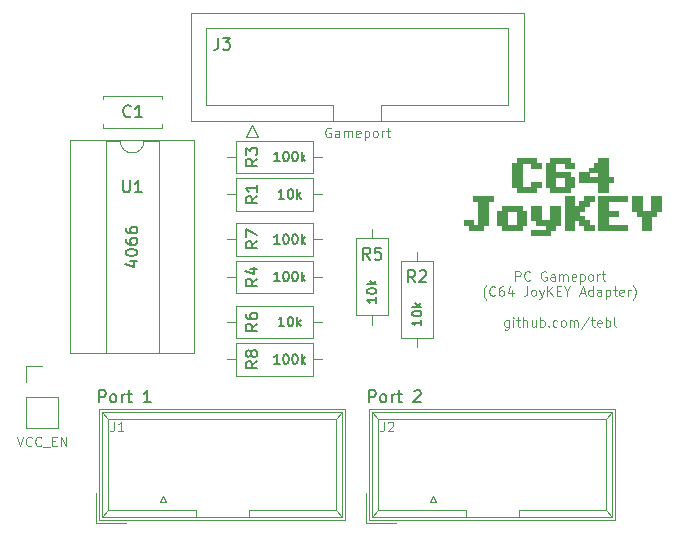
<source format=gto>
G04 #@! TF.GenerationSoftware,KiCad,Pcbnew,(5.1.8)-1*
G04 #@! TF.CreationDate,2024-03-17T02:40:50+01:00*
G04 #@! TF.ProjectId,Gameport,47616d65-706f-4727-942e-6b696361645f,rev?*
G04 #@! TF.SameCoordinates,Original*
G04 #@! TF.FileFunction,Legend,Top*
G04 #@! TF.FilePolarity,Positive*
%FSLAX46Y46*%
G04 Gerber Fmt 4.6, Leading zero omitted, Abs format (unit mm)*
G04 Created by KiCad (PCBNEW (5.1.8)-1) date 2024-03-17 02:40:50*
%MOMM*%
%LPD*%
G01*
G04 APERTURE LIST*
%ADD10C,0.100000*%
%ADD11C,0.010000*%
%ADD12C,0.120000*%
%ADD13C,0.150000*%
G04 APERTURE END LIST*
D10*
X157537619Y-91121904D02*
X157537619Y-90321904D01*
X157842380Y-90321904D01*
X157918571Y-90360000D01*
X157956666Y-90398095D01*
X157994761Y-90474285D01*
X157994761Y-90588571D01*
X157956666Y-90664761D01*
X157918571Y-90702857D01*
X157842380Y-90740952D01*
X157537619Y-90740952D01*
X158794761Y-91045714D02*
X158756666Y-91083809D01*
X158642380Y-91121904D01*
X158566190Y-91121904D01*
X158451904Y-91083809D01*
X158375714Y-91007619D01*
X158337619Y-90931428D01*
X158299523Y-90779047D01*
X158299523Y-90664761D01*
X158337619Y-90512380D01*
X158375714Y-90436190D01*
X158451904Y-90360000D01*
X158566190Y-90321904D01*
X158642380Y-90321904D01*
X158756666Y-90360000D01*
X158794761Y-90398095D01*
X160166190Y-90360000D02*
X160090000Y-90321904D01*
X159975714Y-90321904D01*
X159861428Y-90360000D01*
X159785238Y-90436190D01*
X159747142Y-90512380D01*
X159709047Y-90664761D01*
X159709047Y-90779047D01*
X159747142Y-90931428D01*
X159785238Y-91007619D01*
X159861428Y-91083809D01*
X159975714Y-91121904D01*
X160051904Y-91121904D01*
X160166190Y-91083809D01*
X160204285Y-91045714D01*
X160204285Y-90779047D01*
X160051904Y-90779047D01*
X160890000Y-91121904D02*
X160890000Y-90702857D01*
X160851904Y-90626666D01*
X160775714Y-90588571D01*
X160623333Y-90588571D01*
X160547142Y-90626666D01*
X160890000Y-91083809D02*
X160813809Y-91121904D01*
X160623333Y-91121904D01*
X160547142Y-91083809D01*
X160509047Y-91007619D01*
X160509047Y-90931428D01*
X160547142Y-90855238D01*
X160623333Y-90817142D01*
X160813809Y-90817142D01*
X160890000Y-90779047D01*
X161270952Y-91121904D02*
X161270952Y-90588571D01*
X161270952Y-90664761D02*
X161309047Y-90626666D01*
X161385238Y-90588571D01*
X161499523Y-90588571D01*
X161575714Y-90626666D01*
X161613809Y-90702857D01*
X161613809Y-91121904D01*
X161613809Y-90702857D02*
X161651904Y-90626666D01*
X161728095Y-90588571D01*
X161842380Y-90588571D01*
X161918571Y-90626666D01*
X161956666Y-90702857D01*
X161956666Y-91121904D01*
X162642380Y-91083809D02*
X162566190Y-91121904D01*
X162413809Y-91121904D01*
X162337619Y-91083809D01*
X162299523Y-91007619D01*
X162299523Y-90702857D01*
X162337619Y-90626666D01*
X162413809Y-90588571D01*
X162566190Y-90588571D01*
X162642380Y-90626666D01*
X162680476Y-90702857D01*
X162680476Y-90779047D01*
X162299523Y-90855238D01*
X163023333Y-90588571D02*
X163023333Y-91388571D01*
X163023333Y-90626666D02*
X163099523Y-90588571D01*
X163251904Y-90588571D01*
X163328095Y-90626666D01*
X163366190Y-90664761D01*
X163404285Y-90740952D01*
X163404285Y-90969523D01*
X163366190Y-91045714D01*
X163328095Y-91083809D01*
X163251904Y-91121904D01*
X163099523Y-91121904D01*
X163023333Y-91083809D01*
X163861428Y-91121904D02*
X163785238Y-91083809D01*
X163747142Y-91045714D01*
X163709047Y-90969523D01*
X163709047Y-90740952D01*
X163747142Y-90664761D01*
X163785238Y-90626666D01*
X163861428Y-90588571D01*
X163975714Y-90588571D01*
X164051904Y-90626666D01*
X164090000Y-90664761D01*
X164128095Y-90740952D01*
X164128095Y-90969523D01*
X164090000Y-91045714D01*
X164051904Y-91083809D01*
X163975714Y-91121904D01*
X163861428Y-91121904D01*
X164470952Y-91121904D02*
X164470952Y-90588571D01*
X164470952Y-90740952D02*
X164509047Y-90664761D01*
X164547142Y-90626666D01*
X164623333Y-90588571D01*
X164699523Y-90588571D01*
X164851904Y-90588571D02*
X165156666Y-90588571D01*
X164966190Y-90321904D02*
X164966190Y-91007619D01*
X165004285Y-91083809D01*
X165080476Y-91121904D01*
X165156666Y-91121904D01*
X155080476Y-92726666D02*
X155042380Y-92688571D01*
X154966190Y-92574285D01*
X154928095Y-92498095D01*
X154890000Y-92383809D01*
X154851904Y-92193333D01*
X154851904Y-92040952D01*
X154890000Y-91850476D01*
X154928095Y-91736190D01*
X154966190Y-91660000D01*
X155042380Y-91545714D01*
X155080476Y-91507619D01*
X155842380Y-92345714D02*
X155804285Y-92383809D01*
X155690000Y-92421904D01*
X155613809Y-92421904D01*
X155499523Y-92383809D01*
X155423333Y-92307619D01*
X155385238Y-92231428D01*
X155347142Y-92079047D01*
X155347142Y-91964761D01*
X155385238Y-91812380D01*
X155423333Y-91736190D01*
X155499523Y-91660000D01*
X155613809Y-91621904D01*
X155690000Y-91621904D01*
X155804285Y-91660000D01*
X155842380Y-91698095D01*
X156528095Y-91621904D02*
X156375714Y-91621904D01*
X156299523Y-91660000D01*
X156261428Y-91698095D01*
X156185238Y-91812380D01*
X156147142Y-91964761D01*
X156147142Y-92269523D01*
X156185238Y-92345714D01*
X156223333Y-92383809D01*
X156299523Y-92421904D01*
X156451904Y-92421904D01*
X156528095Y-92383809D01*
X156566190Y-92345714D01*
X156604285Y-92269523D01*
X156604285Y-92079047D01*
X156566190Y-92002857D01*
X156528095Y-91964761D01*
X156451904Y-91926666D01*
X156299523Y-91926666D01*
X156223333Y-91964761D01*
X156185238Y-92002857D01*
X156147142Y-92079047D01*
X157290000Y-91888571D02*
X157290000Y-92421904D01*
X157099523Y-91583809D02*
X156909047Y-92155238D01*
X157404285Y-92155238D01*
X158547142Y-91621904D02*
X158547142Y-92193333D01*
X158509047Y-92307619D01*
X158432857Y-92383809D01*
X158318571Y-92421904D01*
X158242380Y-92421904D01*
X159042380Y-92421904D02*
X158966190Y-92383809D01*
X158928095Y-92345714D01*
X158890000Y-92269523D01*
X158890000Y-92040952D01*
X158928095Y-91964761D01*
X158966190Y-91926666D01*
X159042380Y-91888571D01*
X159156666Y-91888571D01*
X159232857Y-91926666D01*
X159270952Y-91964761D01*
X159309047Y-92040952D01*
X159309047Y-92269523D01*
X159270952Y-92345714D01*
X159232857Y-92383809D01*
X159156666Y-92421904D01*
X159042380Y-92421904D01*
X159575714Y-91888571D02*
X159766190Y-92421904D01*
X159956666Y-91888571D02*
X159766190Y-92421904D01*
X159690000Y-92612380D01*
X159651904Y-92650476D01*
X159575714Y-92688571D01*
X160261428Y-92421904D02*
X160261428Y-91621904D01*
X160718571Y-92421904D02*
X160375714Y-91964761D01*
X160718571Y-91621904D02*
X160261428Y-92079047D01*
X161061428Y-92002857D02*
X161328095Y-92002857D01*
X161442380Y-92421904D02*
X161061428Y-92421904D01*
X161061428Y-91621904D01*
X161442380Y-91621904D01*
X161937619Y-92040952D02*
X161937619Y-92421904D01*
X161670952Y-91621904D02*
X161937619Y-92040952D01*
X162204285Y-91621904D01*
X163042380Y-92193333D02*
X163423333Y-92193333D01*
X162966190Y-92421904D02*
X163232857Y-91621904D01*
X163499523Y-92421904D01*
X164109047Y-92421904D02*
X164109047Y-91621904D01*
X164109047Y-92383809D02*
X164032857Y-92421904D01*
X163880476Y-92421904D01*
X163804285Y-92383809D01*
X163766190Y-92345714D01*
X163728095Y-92269523D01*
X163728095Y-92040952D01*
X163766190Y-91964761D01*
X163804285Y-91926666D01*
X163880476Y-91888571D01*
X164032857Y-91888571D01*
X164109047Y-91926666D01*
X164832857Y-92421904D02*
X164832857Y-92002857D01*
X164794761Y-91926666D01*
X164718571Y-91888571D01*
X164566190Y-91888571D01*
X164490000Y-91926666D01*
X164832857Y-92383809D02*
X164756666Y-92421904D01*
X164566190Y-92421904D01*
X164490000Y-92383809D01*
X164451904Y-92307619D01*
X164451904Y-92231428D01*
X164490000Y-92155238D01*
X164566190Y-92117142D01*
X164756666Y-92117142D01*
X164832857Y-92079047D01*
X165213809Y-91888571D02*
X165213809Y-92688571D01*
X165213809Y-91926666D02*
X165290000Y-91888571D01*
X165442380Y-91888571D01*
X165518571Y-91926666D01*
X165556666Y-91964761D01*
X165594761Y-92040952D01*
X165594761Y-92269523D01*
X165556666Y-92345714D01*
X165518571Y-92383809D01*
X165442380Y-92421904D01*
X165290000Y-92421904D01*
X165213809Y-92383809D01*
X165823333Y-91888571D02*
X166128095Y-91888571D01*
X165937619Y-91621904D02*
X165937619Y-92307619D01*
X165975714Y-92383809D01*
X166051904Y-92421904D01*
X166128095Y-92421904D01*
X166699523Y-92383809D02*
X166623333Y-92421904D01*
X166470952Y-92421904D01*
X166394761Y-92383809D01*
X166356666Y-92307619D01*
X166356666Y-92002857D01*
X166394761Y-91926666D01*
X166470952Y-91888571D01*
X166623333Y-91888571D01*
X166699523Y-91926666D01*
X166737619Y-92002857D01*
X166737619Y-92079047D01*
X166356666Y-92155238D01*
X167080476Y-92421904D02*
X167080476Y-91888571D01*
X167080476Y-92040952D02*
X167118571Y-91964761D01*
X167156666Y-91926666D01*
X167232857Y-91888571D01*
X167309047Y-91888571D01*
X167499523Y-92726666D02*
X167537619Y-92688571D01*
X167613809Y-92574285D01*
X167651904Y-92498095D01*
X167690000Y-92383809D01*
X167728095Y-92193333D01*
X167728095Y-92040952D01*
X167690000Y-91850476D01*
X167651904Y-91736190D01*
X167613809Y-91660000D01*
X167537619Y-91545714D01*
X167499523Y-91507619D01*
X156966190Y-94488571D02*
X156966190Y-95136190D01*
X156928095Y-95212380D01*
X156890000Y-95250476D01*
X156813809Y-95288571D01*
X156699523Y-95288571D01*
X156623333Y-95250476D01*
X156966190Y-94983809D02*
X156890000Y-95021904D01*
X156737619Y-95021904D01*
X156661428Y-94983809D01*
X156623333Y-94945714D01*
X156585238Y-94869523D01*
X156585238Y-94640952D01*
X156623333Y-94564761D01*
X156661428Y-94526666D01*
X156737619Y-94488571D01*
X156890000Y-94488571D01*
X156966190Y-94526666D01*
X157347142Y-95021904D02*
X157347142Y-94488571D01*
X157347142Y-94221904D02*
X157309047Y-94260000D01*
X157347142Y-94298095D01*
X157385238Y-94260000D01*
X157347142Y-94221904D01*
X157347142Y-94298095D01*
X157613809Y-94488571D02*
X157918571Y-94488571D01*
X157728095Y-94221904D02*
X157728095Y-94907619D01*
X157766190Y-94983809D01*
X157842380Y-95021904D01*
X157918571Y-95021904D01*
X158185238Y-95021904D02*
X158185238Y-94221904D01*
X158528095Y-95021904D02*
X158528095Y-94602857D01*
X158490000Y-94526666D01*
X158413809Y-94488571D01*
X158299523Y-94488571D01*
X158223333Y-94526666D01*
X158185238Y-94564761D01*
X159251904Y-94488571D02*
X159251904Y-95021904D01*
X158909047Y-94488571D02*
X158909047Y-94907619D01*
X158947142Y-94983809D01*
X159023333Y-95021904D01*
X159137619Y-95021904D01*
X159213809Y-94983809D01*
X159251904Y-94945714D01*
X159632857Y-95021904D02*
X159632857Y-94221904D01*
X159632857Y-94526666D02*
X159709047Y-94488571D01*
X159861428Y-94488571D01*
X159937619Y-94526666D01*
X159975714Y-94564761D01*
X160013809Y-94640952D01*
X160013809Y-94869523D01*
X159975714Y-94945714D01*
X159937619Y-94983809D01*
X159861428Y-95021904D01*
X159709047Y-95021904D01*
X159632857Y-94983809D01*
X160356666Y-94945714D02*
X160394761Y-94983809D01*
X160356666Y-95021904D01*
X160318571Y-94983809D01*
X160356666Y-94945714D01*
X160356666Y-95021904D01*
X161080476Y-94983809D02*
X161004285Y-95021904D01*
X160851904Y-95021904D01*
X160775714Y-94983809D01*
X160737619Y-94945714D01*
X160699523Y-94869523D01*
X160699523Y-94640952D01*
X160737619Y-94564761D01*
X160775714Y-94526666D01*
X160851904Y-94488571D01*
X161004285Y-94488571D01*
X161080476Y-94526666D01*
X161537619Y-95021904D02*
X161461428Y-94983809D01*
X161423333Y-94945714D01*
X161385238Y-94869523D01*
X161385238Y-94640952D01*
X161423333Y-94564761D01*
X161461428Y-94526666D01*
X161537619Y-94488571D01*
X161651904Y-94488571D01*
X161728095Y-94526666D01*
X161766190Y-94564761D01*
X161804285Y-94640952D01*
X161804285Y-94869523D01*
X161766190Y-94945714D01*
X161728095Y-94983809D01*
X161651904Y-95021904D01*
X161537619Y-95021904D01*
X162147142Y-95021904D02*
X162147142Y-94488571D01*
X162147142Y-94564761D02*
X162185238Y-94526666D01*
X162261428Y-94488571D01*
X162375714Y-94488571D01*
X162451904Y-94526666D01*
X162490000Y-94602857D01*
X162490000Y-95021904D01*
X162490000Y-94602857D02*
X162528095Y-94526666D01*
X162604285Y-94488571D01*
X162718571Y-94488571D01*
X162794761Y-94526666D01*
X162832857Y-94602857D01*
X162832857Y-95021904D01*
X163785238Y-94183809D02*
X163099523Y-95212380D01*
X163937619Y-94488571D02*
X164242380Y-94488571D01*
X164051904Y-94221904D02*
X164051904Y-94907619D01*
X164090000Y-94983809D01*
X164166190Y-95021904D01*
X164242380Y-95021904D01*
X164813809Y-94983809D02*
X164737619Y-95021904D01*
X164585238Y-95021904D01*
X164509047Y-94983809D01*
X164470952Y-94907619D01*
X164470952Y-94602857D01*
X164509047Y-94526666D01*
X164585238Y-94488571D01*
X164737619Y-94488571D01*
X164813809Y-94526666D01*
X164851904Y-94602857D01*
X164851904Y-94679047D01*
X164470952Y-94755238D01*
X165194761Y-95021904D02*
X165194761Y-94221904D01*
X165194761Y-94526666D02*
X165270952Y-94488571D01*
X165423333Y-94488571D01*
X165499523Y-94526666D01*
X165537619Y-94564761D01*
X165575714Y-94640952D01*
X165575714Y-94869523D01*
X165537619Y-94945714D01*
X165499523Y-94983809D01*
X165423333Y-95021904D01*
X165270952Y-95021904D01*
X165194761Y-94983809D01*
X166032857Y-95021904D02*
X165956666Y-94983809D01*
X165918571Y-94907619D01*
X165918571Y-94221904D01*
D11*
G36*
X165383493Y-82370751D02*
G01*
X165790300Y-82370751D01*
X165790300Y-82777558D01*
X165383493Y-82777558D01*
X165383493Y-83591171D01*
X164569880Y-83591171D01*
X164569880Y-82777558D01*
X162942652Y-82777558D01*
X162942652Y-81963944D01*
X163756266Y-81963944D01*
X163756266Y-82370751D01*
X164569880Y-82370751D01*
X164569880Y-81963944D01*
X163756266Y-81963944D01*
X163756266Y-81557137D01*
X164163073Y-81557137D01*
X164163073Y-81150331D01*
X164569880Y-81150331D01*
X164569880Y-80743524D01*
X165383493Y-80743524D01*
X165383493Y-82370751D01*
G37*
X165383493Y-82370751D02*
X165790300Y-82370751D01*
X165790300Y-82777558D01*
X165383493Y-82777558D01*
X165383493Y-83591171D01*
X164569880Y-83591171D01*
X164569880Y-82777558D01*
X162942652Y-82777558D01*
X162942652Y-81963944D01*
X163756266Y-81963944D01*
X163756266Y-82370751D01*
X164569880Y-82370751D01*
X164569880Y-81963944D01*
X163756266Y-81963944D01*
X163756266Y-81557137D01*
X164163073Y-81557137D01*
X164163073Y-81150331D01*
X164569880Y-81150331D01*
X164569880Y-80743524D01*
X165383493Y-80743524D01*
X165383493Y-82370751D01*
G36*
X162129039Y-81150331D02*
G01*
X162535846Y-81150331D01*
X162535846Y-81557137D01*
X161722232Y-81557137D01*
X161722232Y-81150331D01*
X160908618Y-81150331D01*
X160908618Y-81963944D01*
X162129039Y-81963944D01*
X162129039Y-82370751D01*
X162535846Y-82370751D01*
X162535846Y-83184365D01*
X162129039Y-83184365D01*
X162129039Y-83591171D01*
X160501811Y-83591171D01*
X160501811Y-83184365D01*
X160095005Y-83184365D01*
X160095005Y-82370751D01*
X160908618Y-82370751D01*
X160908618Y-83184365D01*
X161722232Y-83184365D01*
X161722232Y-82370751D01*
X160908618Y-82370751D01*
X160095005Y-82370751D01*
X160095005Y-81150331D01*
X160501811Y-81150331D01*
X160501811Y-80743524D01*
X162129039Y-80743524D01*
X162129039Y-81150331D01*
G37*
X162129039Y-81150331D02*
X162535846Y-81150331D01*
X162535846Y-81557137D01*
X161722232Y-81557137D01*
X161722232Y-81150331D01*
X160908618Y-81150331D01*
X160908618Y-81963944D01*
X162129039Y-81963944D01*
X162129039Y-82370751D01*
X162535846Y-82370751D01*
X162535846Y-83184365D01*
X162129039Y-83184365D01*
X162129039Y-83591171D01*
X160501811Y-83591171D01*
X160501811Y-83184365D01*
X160095005Y-83184365D01*
X160095005Y-82370751D01*
X160908618Y-82370751D01*
X160908618Y-83184365D01*
X161722232Y-83184365D01*
X161722232Y-82370751D01*
X160908618Y-82370751D01*
X160095005Y-82370751D01*
X160095005Y-81150331D01*
X160501811Y-81150331D01*
X160501811Y-80743524D01*
X162129039Y-80743524D01*
X162129039Y-81150331D01*
G36*
X159281391Y-81150331D02*
G01*
X159688198Y-81150331D01*
X159688198Y-81557137D01*
X158874584Y-81557137D01*
X158874584Y-81150331D01*
X158060971Y-81150331D01*
X158060971Y-83184365D01*
X158874584Y-83184365D01*
X158874584Y-82777558D01*
X159688198Y-82777558D01*
X159688198Y-83184365D01*
X159281391Y-83184365D01*
X159281391Y-83591171D01*
X157654164Y-83591171D01*
X157654164Y-83184365D01*
X157247357Y-83184365D01*
X157247357Y-81150331D01*
X157654164Y-81150331D01*
X157654164Y-80743524D01*
X159281391Y-80743524D01*
X159281391Y-81150331D01*
G37*
X159281391Y-81150331D02*
X159688198Y-81150331D01*
X159688198Y-81557137D01*
X158874584Y-81557137D01*
X158874584Y-81150331D01*
X158060971Y-81150331D01*
X158060971Y-83184365D01*
X158874584Y-83184365D01*
X158874584Y-82777558D01*
X159688198Y-82777558D01*
X159688198Y-83184365D01*
X159281391Y-83184365D01*
X159281391Y-83591171D01*
X157654164Y-83591171D01*
X157654164Y-83184365D01*
X157247357Y-83184365D01*
X157247357Y-81150331D01*
X157654164Y-81150331D01*
X157654164Y-80743524D01*
X159281391Y-80743524D01*
X159281391Y-81150331D01*
G36*
X168231141Y-85218399D02*
G01*
X169044754Y-85218399D01*
X169044754Y-83997978D01*
X169858368Y-83997978D01*
X169858368Y-85218399D01*
X169451561Y-85218399D01*
X169451561Y-85625206D01*
X169044754Y-85625206D01*
X169044754Y-86845626D01*
X168231141Y-86845626D01*
X168231141Y-85625206D01*
X167824334Y-85625206D01*
X167824334Y-85218399D01*
X167417527Y-85218399D01*
X167417527Y-83997978D01*
X168231141Y-83997978D01*
X168231141Y-85218399D01*
G37*
X168231141Y-85218399D02*
X169044754Y-85218399D01*
X169044754Y-83997978D01*
X169858368Y-83997978D01*
X169858368Y-85218399D01*
X169451561Y-85218399D01*
X169451561Y-85625206D01*
X169044754Y-85625206D01*
X169044754Y-86845626D01*
X168231141Y-86845626D01*
X168231141Y-85625206D01*
X167824334Y-85625206D01*
X167824334Y-85218399D01*
X167417527Y-85218399D01*
X167417527Y-83997978D01*
X168231141Y-83997978D01*
X168231141Y-85218399D01*
G36*
X167010720Y-84404785D02*
G01*
X165383493Y-84404785D01*
X165383493Y-85218399D01*
X166197107Y-85218399D01*
X166197107Y-85625206D01*
X165383493Y-85625206D01*
X165383493Y-86438819D01*
X167010720Y-86438819D01*
X167010720Y-86845626D01*
X164569880Y-86845626D01*
X164569880Y-83997978D01*
X167010720Y-83997978D01*
X167010720Y-84404785D01*
G37*
X167010720Y-84404785D02*
X165383493Y-84404785D01*
X165383493Y-85218399D01*
X166197107Y-85218399D01*
X166197107Y-85625206D01*
X165383493Y-85625206D01*
X165383493Y-86438819D01*
X167010720Y-86438819D01*
X167010720Y-86845626D01*
X164569880Y-86845626D01*
X164569880Y-83997978D01*
X167010720Y-83997978D01*
X167010720Y-84404785D01*
G36*
X162535846Y-84811592D02*
G01*
X162942652Y-84811592D01*
X162942652Y-84404785D01*
X163349459Y-84404785D01*
X163349459Y-83997978D01*
X164163073Y-83997978D01*
X164163073Y-84404785D01*
X163756266Y-84404785D01*
X163756266Y-84811592D01*
X163349459Y-84811592D01*
X163349459Y-85218399D01*
X162942652Y-85218399D01*
X162942652Y-85625206D01*
X163349459Y-85625206D01*
X163349459Y-86032012D01*
X163756266Y-86032012D01*
X163756266Y-86438819D01*
X164163073Y-86438819D01*
X164163073Y-86845626D01*
X163349459Y-86845626D01*
X163349459Y-86438819D01*
X162942652Y-86438819D01*
X162942652Y-86032012D01*
X162535846Y-86032012D01*
X162535846Y-86845626D01*
X161722232Y-86845626D01*
X161722232Y-83997978D01*
X162535846Y-83997978D01*
X162535846Y-84811592D01*
G37*
X162535846Y-84811592D02*
X162942652Y-84811592D01*
X162942652Y-84404785D01*
X163349459Y-84404785D01*
X163349459Y-83997978D01*
X164163073Y-83997978D01*
X164163073Y-84404785D01*
X163756266Y-84404785D01*
X163756266Y-84811592D01*
X163349459Y-84811592D01*
X163349459Y-85218399D01*
X162942652Y-85218399D01*
X162942652Y-85625206D01*
X163349459Y-85625206D01*
X163349459Y-86032012D01*
X163756266Y-86032012D01*
X163756266Y-86438819D01*
X164163073Y-86438819D01*
X164163073Y-86845626D01*
X163349459Y-86845626D01*
X163349459Y-86438819D01*
X162942652Y-86438819D01*
X162942652Y-86032012D01*
X162535846Y-86032012D01*
X162535846Y-86845626D01*
X161722232Y-86845626D01*
X161722232Y-83997978D01*
X162535846Y-83997978D01*
X162535846Y-84811592D01*
G36*
X158060971Y-85218399D02*
G01*
X158467777Y-85218399D01*
X158467777Y-86438819D01*
X158060971Y-86438819D01*
X158060971Y-86845626D01*
X156433743Y-86845626D01*
X156433743Y-86438819D01*
X156026937Y-86438819D01*
X156026937Y-85218399D01*
X156433743Y-85218399D01*
X156840550Y-85218399D01*
X156840550Y-86438819D01*
X157654164Y-86438819D01*
X157654164Y-85218399D01*
X156840550Y-85218399D01*
X156433743Y-85218399D01*
X156433743Y-84811592D01*
X158060971Y-84811592D01*
X158060971Y-85218399D01*
G37*
X158060971Y-85218399D02*
X158467777Y-85218399D01*
X158467777Y-86438819D01*
X158060971Y-86438819D01*
X158060971Y-86845626D01*
X156433743Y-86845626D01*
X156433743Y-86438819D01*
X156026937Y-86438819D01*
X156026937Y-85218399D01*
X156433743Y-85218399D01*
X156840550Y-85218399D01*
X156840550Y-86438819D01*
X157654164Y-86438819D01*
X157654164Y-85218399D01*
X156840550Y-85218399D01*
X156433743Y-85218399D01*
X156433743Y-84811592D01*
X158060971Y-84811592D01*
X158060971Y-85218399D01*
G36*
X155620130Y-84404785D02*
G01*
X155213323Y-84404785D01*
X155213323Y-86438819D01*
X154806516Y-86438819D01*
X154806516Y-86845626D01*
X153586096Y-86845626D01*
X153586096Y-86438819D01*
X153179289Y-86438819D01*
X153179289Y-86032012D01*
X153992903Y-86032012D01*
X153992903Y-86438819D01*
X154399709Y-86438819D01*
X154399709Y-84404785D01*
X153992903Y-84404785D01*
X153992903Y-83997978D01*
X155620130Y-83997978D01*
X155620130Y-84404785D01*
G37*
X155620130Y-84404785D02*
X155213323Y-84404785D01*
X155213323Y-86438819D01*
X154806516Y-86438819D01*
X154806516Y-86845626D01*
X153586096Y-86845626D01*
X153586096Y-86438819D01*
X153179289Y-86438819D01*
X153179289Y-86032012D01*
X153992903Y-86032012D01*
X153992903Y-86438819D01*
X154399709Y-86438819D01*
X154399709Y-84404785D01*
X153992903Y-84404785D01*
X153992903Y-83997978D01*
X155620130Y-83997978D01*
X155620130Y-84404785D01*
G36*
X159688198Y-86032012D02*
G01*
X160501811Y-86032012D01*
X160501811Y-84811592D01*
X161315425Y-84811592D01*
X161315425Y-86438819D01*
X160908618Y-86438819D01*
X160908618Y-86845626D01*
X160501811Y-86845626D01*
X160501811Y-87252433D01*
X158874584Y-87252433D01*
X158874584Y-86845626D01*
X160095005Y-86845626D01*
X160095005Y-86438819D01*
X159281391Y-86438819D01*
X159281391Y-86032012D01*
X158874584Y-86032012D01*
X158874584Y-84811592D01*
X159688198Y-84811592D01*
X159688198Y-86032012D01*
G37*
X159688198Y-86032012D02*
X160501811Y-86032012D01*
X160501811Y-84811592D01*
X161315425Y-84811592D01*
X161315425Y-86438819D01*
X160908618Y-86438819D01*
X160908618Y-86845626D01*
X160501811Y-86845626D01*
X160501811Y-87252433D01*
X158874584Y-87252433D01*
X158874584Y-86845626D01*
X160095005Y-86845626D01*
X160095005Y-86438819D01*
X159281391Y-86438819D01*
X159281391Y-86032012D01*
X158874584Y-86032012D01*
X158874584Y-84811592D01*
X159688198Y-84811592D01*
X159688198Y-86032012D01*
D12*
X150808500Y-109835438D02*
X150308500Y-109835438D01*
X150308500Y-109835438D02*
X150558500Y-109402425D01*
X150558500Y-109402425D02*
X150808500Y-109835438D01*
X144895000Y-111605000D02*
X144895000Y-109065000D01*
X144895000Y-111605000D02*
X147435000Y-111605000D01*
X145145000Y-111355000D02*
X145145000Y-102005000D01*
X166005000Y-111355000D02*
X145145000Y-111355000D01*
X166005000Y-102005000D02*
X166005000Y-111355000D01*
X145145000Y-102005000D02*
X166005000Y-102005000D01*
D10*
X165755000Y-111105000D02*
X165195000Y-110555000D01*
X145395000Y-111105000D02*
X145935000Y-110555000D01*
X165755000Y-102255000D02*
X165195000Y-102805000D01*
X145395000Y-102255000D02*
X145935000Y-102805000D01*
X165195000Y-102805000D02*
X165195000Y-110555000D01*
X165755000Y-102255000D02*
X165755000Y-111105000D01*
X145935000Y-102805000D02*
X145935000Y-110555000D01*
X145395000Y-102255000D02*
X145395000Y-111105000D01*
X157825000Y-110555000D02*
X157825000Y-111105000D01*
X153325000Y-110555000D02*
X153325000Y-111105000D01*
X157825000Y-110555000D02*
X165195000Y-110555000D01*
X145935000Y-110555000D02*
X153325000Y-110555000D01*
X145395000Y-111105000D02*
X165755000Y-111105000D01*
X145935000Y-102805000D02*
X165195000Y-102805000D01*
X145395000Y-102255000D02*
X165755000Y-102255000D01*
D12*
X127948500Y-109835438D02*
X127448500Y-109835438D01*
X127448500Y-109835438D02*
X127698500Y-109402425D01*
X127698500Y-109402425D02*
X127948500Y-109835438D01*
X122035000Y-111605000D02*
X122035000Y-109065000D01*
X122035000Y-111605000D02*
X124575000Y-111605000D01*
X122285000Y-111355000D02*
X122285000Y-102005000D01*
X143145000Y-111355000D02*
X122285000Y-111355000D01*
X143145000Y-102005000D02*
X143145000Y-111355000D01*
X122285000Y-102005000D02*
X143145000Y-102005000D01*
D10*
X142895000Y-111105000D02*
X142335000Y-110555000D01*
X122535000Y-111105000D02*
X123075000Y-110555000D01*
X142895000Y-102255000D02*
X142335000Y-102805000D01*
X122535000Y-102255000D02*
X123075000Y-102805000D01*
X142335000Y-102805000D02*
X142335000Y-110555000D01*
X142895000Y-102255000D02*
X142895000Y-111105000D01*
X123075000Y-102805000D02*
X123075000Y-110555000D01*
X122535000Y-102255000D02*
X122535000Y-111105000D01*
X134965000Y-110555000D02*
X134965000Y-111105000D01*
X130465000Y-110555000D02*
X130465000Y-111105000D01*
X134965000Y-110555000D02*
X142335000Y-110555000D01*
X123075000Y-110555000D02*
X130465000Y-110555000D01*
X122535000Y-111105000D02*
X142895000Y-111105000D01*
X123075000Y-102805000D02*
X142335000Y-102805000D01*
X122535000Y-102255000D02*
X142895000Y-102255000D01*
D12*
X116145000Y-103565000D02*
X118805000Y-103565000D01*
X116145000Y-100965000D02*
X116145000Y-103565000D01*
X118805000Y-100965000D02*
X118805000Y-103565000D01*
X116145000Y-100965000D02*
X118805000Y-100965000D01*
X116145000Y-99695000D02*
X116145000Y-98365000D01*
X116145000Y-98365000D02*
X117475000Y-98365000D01*
X135755000Y-78975000D02*
X135255000Y-77975000D01*
X134755000Y-78975000D02*
X135755000Y-78975000D01*
X135255000Y-77975000D02*
X134755000Y-78975000D01*
X146195000Y-76275000D02*
X146195000Y-77585000D01*
X146195000Y-76275000D02*
X146195000Y-76275000D01*
X156945000Y-76275000D02*
X146195000Y-76275000D01*
X156945000Y-69775000D02*
X156945000Y-76275000D01*
X131345000Y-69775000D02*
X156945000Y-69775000D01*
X131345000Y-76275000D02*
X131345000Y-69775000D01*
X142095000Y-76275000D02*
X131345000Y-76275000D01*
X142095000Y-77585000D02*
X142095000Y-76275000D01*
X158245000Y-77585000D02*
X130045000Y-77585000D01*
X158245000Y-68465000D02*
X158245000Y-77585000D01*
X130045000Y-68465000D02*
X158245000Y-68465000D01*
X130045000Y-77585000D02*
X130045000Y-68465000D01*
X127605000Y-78205000D02*
X122665000Y-78205000D01*
X127605000Y-75465000D02*
X122665000Y-75465000D01*
X127605000Y-78205000D02*
X127605000Y-77890000D01*
X127605000Y-75780000D02*
X127605000Y-75465000D01*
X122665000Y-78205000D02*
X122665000Y-77890000D01*
X122665000Y-75780000D02*
X122665000Y-75465000D01*
X141200000Y-83820000D02*
X140430000Y-83820000D01*
X133120000Y-83820000D02*
X133890000Y-83820000D01*
X140430000Y-82450000D02*
X133890000Y-82450000D01*
X140430000Y-85190000D02*
X140430000Y-82450000D01*
X133890000Y-85190000D02*
X140430000Y-85190000D01*
X133890000Y-82450000D02*
X133890000Y-85190000D01*
X147855000Y-95980000D02*
X150595000Y-95980000D01*
X150595000Y-95980000D02*
X150595000Y-89440000D01*
X150595000Y-89440000D02*
X147855000Y-89440000D01*
X147855000Y-89440000D02*
X147855000Y-95980000D01*
X149225000Y-96750000D02*
X149225000Y-95980000D01*
X149225000Y-88670000D02*
X149225000Y-89440000D01*
X140430000Y-82015000D02*
X140430000Y-79275000D01*
X140430000Y-79275000D02*
X133890000Y-79275000D01*
X133890000Y-79275000D02*
X133890000Y-82015000D01*
X133890000Y-82015000D02*
X140430000Y-82015000D01*
X141200000Y-80645000D02*
X140430000Y-80645000D01*
X133120000Y-80645000D02*
X133890000Y-80645000D01*
X133120000Y-90805000D02*
X133890000Y-90805000D01*
X141200000Y-90805000D02*
X140430000Y-90805000D01*
X133890000Y-92175000D02*
X140430000Y-92175000D01*
X133890000Y-89435000D02*
X133890000Y-92175000D01*
X140430000Y-89435000D02*
X133890000Y-89435000D01*
X140430000Y-92175000D02*
X140430000Y-89435000D01*
X145415000Y-94845000D02*
X145415000Y-94075000D01*
X145415000Y-86765000D02*
X145415000Y-87535000D01*
X146785000Y-94075000D02*
X146785000Y-87535000D01*
X144045000Y-94075000D02*
X146785000Y-94075000D01*
X144045000Y-87535000D02*
X144045000Y-94075000D01*
X146785000Y-87535000D02*
X144045000Y-87535000D01*
X133890000Y-93245000D02*
X133890000Y-95985000D01*
X133890000Y-95985000D02*
X140430000Y-95985000D01*
X140430000Y-95985000D02*
X140430000Y-93245000D01*
X140430000Y-93245000D02*
X133890000Y-93245000D01*
X133120000Y-94615000D02*
X133890000Y-94615000D01*
X141200000Y-94615000D02*
X140430000Y-94615000D01*
X141200000Y-87630000D02*
X140430000Y-87630000D01*
X133120000Y-87630000D02*
X133890000Y-87630000D01*
X140430000Y-86260000D02*
X133890000Y-86260000D01*
X140430000Y-89000000D02*
X140430000Y-86260000D01*
X133890000Y-89000000D02*
X140430000Y-89000000D01*
X133890000Y-86260000D02*
X133890000Y-89000000D01*
X140430000Y-99160000D02*
X140430000Y-96420000D01*
X140430000Y-96420000D02*
X133890000Y-96420000D01*
X133890000Y-96420000D02*
X133890000Y-99160000D01*
X133890000Y-99160000D02*
X140430000Y-99160000D01*
X141200000Y-97790000D02*
X140430000Y-97790000D01*
X133120000Y-97790000D02*
X133890000Y-97790000D01*
X124095000Y-79315000D02*
X122845000Y-79315000D01*
X122845000Y-79315000D02*
X122845000Y-97215000D01*
X122845000Y-97215000D02*
X127345000Y-97215000D01*
X127345000Y-97215000D02*
X127345000Y-79315000D01*
X127345000Y-79315000D02*
X126095000Y-79315000D01*
X119845000Y-79255000D02*
X119845000Y-97275000D01*
X119845000Y-97275000D02*
X130345000Y-97275000D01*
X130345000Y-97275000D02*
X130345000Y-79255000D01*
X130345000Y-79255000D02*
X119845000Y-79255000D01*
X126095000Y-79315000D02*
G75*
G02*
X124095000Y-79315000I-1000000J0D01*
G01*
D10*
X146418333Y-103066904D02*
X146418333Y-103638333D01*
X146380238Y-103752619D01*
X146304047Y-103828809D01*
X146189761Y-103866904D01*
X146113571Y-103866904D01*
X146761190Y-103143095D02*
X146799285Y-103105000D01*
X146875476Y-103066904D01*
X147065952Y-103066904D01*
X147142142Y-103105000D01*
X147180238Y-103143095D01*
X147218333Y-103219285D01*
X147218333Y-103295476D01*
X147180238Y-103409761D01*
X146723095Y-103866904D01*
X147218333Y-103866904D01*
D13*
X145153333Y-101417380D02*
X145153333Y-100417380D01*
X145534285Y-100417380D01*
X145629523Y-100465000D01*
X145677142Y-100512619D01*
X145724761Y-100607857D01*
X145724761Y-100750714D01*
X145677142Y-100845952D01*
X145629523Y-100893571D01*
X145534285Y-100941190D01*
X145153333Y-100941190D01*
X146296190Y-101417380D02*
X146200952Y-101369761D01*
X146153333Y-101322142D01*
X146105714Y-101226904D01*
X146105714Y-100941190D01*
X146153333Y-100845952D01*
X146200952Y-100798333D01*
X146296190Y-100750714D01*
X146439047Y-100750714D01*
X146534285Y-100798333D01*
X146581904Y-100845952D01*
X146629523Y-100941190D01*
X146629523Y-101226904D01*
X146581904Y-101322142D01*
X146534285Y-101369761D01*
X146439047Y-101417380D01*
X146296190Y-101417380D01*
X147058095Y-101417380D02*
X147058095Y-100750714D01*
X147058095Y-100941190D02*
X147105714Y-100845952D01*
X147153333Y-100798333D01*
X147248571Y-100750714D01*
X147343809Y-100750714D01*
X147534285Y-100750714D02*
X147915238Y-100750714D01*
X147677142Y-100417380D02*
X147677142Y-101274523D01*
X147724761Y-101369761D01*
X147820000Y-101417380D01*
X147915238Y-101417380D01*
X148962857Y-100512619D02*
X149010476Y-100465000D01*
X149105714Y-100417380D01*
X149343809Y-100417380D01*
X149439047Y-100465000D01*
X149486666Y-100512619D01*
X149534285Y-100607857D01*
X149534285Y-100703095D01*
X149486666Y-100845952D01*
X148915238Y-101417380D01*
X149534285Y-101417380D01*
D10*
X123558333Y-103066904D02*
X123558333Y-103638333D01*
X123520238Y-103752619D01*
X123444047Y-103828809D01*
X123329761Y-103866904D01*
X123253571Y-103866904D01*
X124358333Y-103866904D02*
X123901190Y-103866904D01*
X124129761Y-103866904D02*
X124129761Y-103066904D01*
X124053571Y-103181190D01*
X123977380Y-103257380D01*
X123901190Y-103295476D01*
D13*
X122293333Y-101417380D02*
X122293333Y-100417380D01*
X122674285Y-100417380D01*
X122769523Y-100465000D01*
X122817142Y-100512619D01*
X122864761Y-100607857D01*
X122864761Y-100750714D01*
X122817142Y-100845952D01*
X122769523Y-100893571D01*
X122674285Y-100941190D01*
X122293333Y-100941190D01*
X123436190Y-101417380D02*
X123340952Y-101369761D01*
X123293333Y-101322142D01*
X123245714Y-101226904D01*
X123245714Y-100941190D01*
X123293333Y-100845952D01*
X123340952Y-100798333D01*
X123436190Y-100750714D01*
X123579047Y-100750714D01*
X123674285Y-100798333D01*
X123721904Y-100845952D01*
X123769523Y-100941190D01*
X123769523Y-101226904D01*
X123721904Y-101322142D01*
X123674285Y-101369761D01*
X123579047Y-101417380D01*
X123436190Y-101417380D01*
X124198095Y-101417380D02*
X124198095Y-100750714D01*
X124198095Y-100941190D02*
X124245714Y-100845952D01*
X124293333Y-100798333D01*
X124388571Y-100750714D01*
X124483809Y-100750714D01*
X124674285Y-100750714D02*
X125055238Y-100750714D01*
X124817142Y-100417380D02*
X124817142Y-101274523D01*
X124864761Y-101369761D01*
X124960000Y-101417380D01*
X125055238Y-101417380D01*
X126674285Y-101417380D02*
X126102857Y-101417380D01*
X126388571Y-101417380D02*
X126388571Y-100417380D01*
X126293333Y-100560238D01*
X126198095Y-100655476D01*
X126102857Y-100703095D01*
D10*
X115322619Y-104336904D02*
X115589285Y-105136904D01*
X115855952Y-104336904D01*
X116579761Y-105060714D02*
X116541666Y-105098809D01*
X116427380Y-105136904D01*
X116351190Y-105136904D01*
X116236904Y-105098809D01*
X116160714Y-105022619D01*
X116122619Y-104946428D01*
X116084523Y-104794047D01*
X116084523Y-104679761D01*
X116122619Y-104527380D01*
X116160714Y-104451190D01*
X116236904Y-104375000D01*
X116351190Y-104336904D01*
X116427380Y-104336904D01*
X116541666Y-104375000D01*
X116579761Y-104413095D01*
X117379761Y-105060714D02*
X117341666Y-105098809D01*
X117227380Y-105136904D01*
X117151190Y-105136904D01*
X117036904Y-105098809D01*
X116960714Y-105022619D01*
X116922619Y-104946428D01*
X116884523Y-104794047D01*
X116884523Y-104679761D01*
X116922619Y-104527380D01*
X116960714Y-104451190D01*
X117036904Y-104375000D01*
X117151190Y-104336904D01*
X117227380Y-104336904D01*
X117341666Y-104375000D01*
X117379761Y-104413095D01*
X117532142Y-105213095D02*
X118141666Y-105213095D01*
X118332142Y-104717857D02*
X118598809Y-104717857D01*
X118713095Y-105136904D02*
X118332142Y-105136904D01*
X118332142Y-104336904D01*
X118713095Y-104336904D01*
X119055952Y-105136904D02*
X119055952Y-104336904D01*
X119513095Y-105136904D01*
X119513095Y-104336904D01*
D13*
X132381666Y-70572380D02*
X132381666Y-71286666D01*
X132334047Y-71429523D01*
X132238809Y-71524761D01*
X132095952Y-71572380D01*
X132000714Y-71572380D01*
X132762619Y-70572380D02*
X133381666Y-70572380D01*
X133048333Y-70953333D01*
X133191190Y-70953333D01*
X133286428Y-71000952D01*
X133334047Y-71048571D01*
X133381666Y-71143809D01*
X133381666Y-71381904D01*
X133334047Y-71477142D01*
X133286428Y-71524761D01*
X133191190Y-71572380D01*
X132905476Y-71572380D01*
X132810238Y-71524761D01*
X132762619Y-71477142D01*
D10*
X141916428Y-78213000D02*
X141840238Y-78174904D01*
X141725952Y-78174904D01*
X141611666Y-78213000D01*
X141535476Y-78289190D01*
X141497380Y-78365380D01*
X141459285Y-78517761D01*
X141459285Y-78632047D01*
X141497380Y-78784428D01*
X141535476Y-78860619D01*
X141611666Y-78936809D01*
X141725952Y-78974904D01*
X141802142Y-78974904D01*
X141916428Y-78936809D01*
X141954523Y-78898714D01*
X141954523Y-78632047D01*
X141802142Y-78632047D01*
X142640238Y-78974904D02*
X142640238Y-78555857D01*
X142602142Y-78479666D01*
X142525952Y-78441571D01*
X142373571Y-78441571D01*
X142297380Y-78479666D01*
X142640238Y-78936809D02*
X142564047Y-78974904D01*
X142373571Y-78974904D01*
X142297380Y-78936809D01*
X142259285Y-78860619D01*
X142259285Y-78784428D01*
X142297380Y-78708238D01*
X142373571Y-78670142D01*
X142564047Y-78670142D01*
X142640238Y-78632047D01*
X143021190Y-78974904D02*
X143021190Y-78441571D01*
X143021190Y-78517761D02*
X143059285Y-78479666D01*
X143135476Y-78441571D01*
X143249761Y-78441571D01*
X143325952Y-78479666D01*
X143364047Y-78555857D01*
X143364047Y-78974904D01*
X143364047Y-78555857D02*
X143402142Y-78479666D01*
X143478333Y-78441571D01*
X143592619Y-78441571D01*
X143668809Y-78479666D01*
X143706904Y-78555857D01*
X143706904Y-78974904D01*
X144392619Y-78936809D02*
X144316428Y-78974904D01*
X144164047Y-78974904D01*
X144087857Y-78936809D01*
X144049761Y-78860619D01*
X144049761Y-78555857D01*
X144087857Y-78479666D01*
X144164047Y-78441571D01*
X144316428Y-78441571D01*
X144392619Y-78479666D01*
X144430714Y-78555857D01*
X144430714Y-78632047D01*
X144049761Y-78708238D01*
X144773571Y-78441571D02*
X144773571Y-79241571D01*
X144773571Y-78479666D02*
X144849761Y-78441571D01*
X145002142Y-78441571D01*
X145078333Y-78479666D01*
X145116428Y-78517761D01*
X145154523Y-78593952D01*
X145154523Y-78822523D01*
X145116428Y-78898714D01*
X145078333Y-78936809D01*
X145002142Y-78974904D01*
X144849761Y-78974904D01*
X144773571Y-78936809D01*
X145611666Y-78974904D02*
X145535476Y-78936809D01*
X145497380Y-78898714D01*
X145459285Y-78822523D01*
X145459285Y-78593952D01*
X145497380Y-78517761D01*
X145535476Y-78479666D01*
X145611666Y-78441571D01*
X145725952Y-78441571D01*
X145802142Y-78479666D01*
X145840238Y-78517761D01*
X145878333Y-78593952D01*
X145878333Y-78822523D01*
X145840238Y-78898714D01*
X145802142Y-78936809D01*
X145725952Y-78974904D01*
X145611666Y-78974904D01*
X146221190Y-78974904D02*
X146221190Y-78441571D01*
X146221190Y-78593952D02*
X146259285Y-78517761D01*
X146297380Y-78479666D01*
X146373571Y-78441571D01*
X146449761Y-78441571D01*
X146602142Y-78441571D02*
X146906904Y-78441571D01*
X146716428Y-78174904D02*
X146716428Y-78860619D01*
X146754523Y-78936809D01*
X146830714Y-78974904D01*
X146906904Y-78974904D01*
D13*
X124968333Y-77192142D02*
X124920714Y-77239761D01*
X124777857Y-77287380D01*
X124682619Y-77287380D01*
X124539761Y-77239761D01*
X124444523Y-77144523D01*
X124396904Y-77049285D01*
X124349285Y-76858809D01*
X124349285Y-76715952D01*
X124396904Y-76525476D01*
X124444523Y-76430238D01*
X124539761Y-76335000D01*
X124682619Y-76287380D01*
X124777857Y-76287380D01*
X124920714Y-76335000D01*
X124968333Y-76382619D01*
X125920714Y-77287380D02*
X125349285Y-77287380D01*
X125635000Y-77287380D02*
X125635000Y-76287380D01*
X125539761Y-76430238D01*
X125444523Y-76525476D01*
X125349285Y-76573095D01*
X135707380Y-83986666D02*
X135231190Y-84320000D01*
X135707380Y-84558095D02*
X134707380Y-84558095D01*
X134707380Y-84177142D01*
X134755000Y-84081904D01*
X134802619Y-84034285D01*
X134897857Y-83986666D01*
X135040714Y-83986666D01*
X135135952Y-84034285D01*
X135183571Y-84081904D01*
X135231190Y-84177142D01*
X135231190Y-84558095D01*
X135707380Y-83034285D02*
X135707380Y-83605714D01*
X135707380Y-83320000D02*
X134707380Y-83320000D01*
X134850238Y-83415238D01*
X134945476Y-83510476D01*
X134993095Y-83605714D01*
X137953809Y-84181904D02*
X137496666Y-84181904D01*
X137725238Y-84181904D02*
X137725238Y-83381904D01*
X137649047Y-83496190D01*
X137572857Y-83572380D01*
X137496666Y-83610476D01*
X138449047Y-83381904D02*
X138525238Y-83381904D01*
X138601428Y-83420000D01*
X138639523Y-83458095D01*
X138677619Y-83534285D01*
X138715714Y-83686666D01*
X138715714Y-83877142D01*
X138677619Y-84029523D01*
X138639523Y-84105714D01*
X138601428Y-84143809D01*
X138525238Y-84181904D01*
X138449047Y-84181904D01*
X138372857Y-84143809D01*
X138334761Y-84105714D01*
X138296666Y-84029523D01*
X138258571Y-83877142D01*
X138258571Y-83686666D01*
X138296666Y-83534285D01*
X138334761Y-83458095D01*
X138372857Y-83420000D01*
X138449047Y-83381904D01*
X139058571Y-84181904D02*
X139058571Y-83381904D01*
X139134761Y-83877142D02*
X139363333Y-84181904D01*
X139363333Y-83648571D02*
X139058571Y-83953333D01*
X149058333Y-91257380D02*
X148725000Y-90781190D01*
X148486904Y-91257380D02*
X148486904Y-90257380D01*
X148867857Y-90257380D01*
X148963095Y-90305000D01*
X149010714Y-90352619D01*
X149058333Y-90447857D01*
X149058333Y-90590714D01*
X149010714Y-90685952D01*
X148963095Y-90733571D01*
X148867857Y-90781190D01*
X148486904Y-90781190D01*
X149439285Y-90352619D02*
X149486904Y-90305000D01*
X149582142Y-90257380D01*
X149820238Y-90257380D01*
X149915476Y-90305000D01*
X149963095Y-90352619D01*
X150010714Y-90447857D01*
X150010714Y-90543095D01*
X149963095Y-90685952D01*
X149391666Y-91257380D01*
X150010714Y-91257380D01*
X149586904Y-94456190D02*
X149586904Y-94913333D01*
X149586904Y-94684761D02*
X148786904Y-94684761D01*
X148901190Y-94760952D01*
X148977380Y-94837142D01*
X149015476Y-94913333D01*
X148786904Y-93960952D02*
X148786904Y-93884761D01*
X148825000Y-93808571D01*
X148863095Y-93770476D01*
X148939285Y-93732380D01*
X149091666Y-93694285D01*
X149282142Y-93694285D01*
X149434523Y-93732380D01*
X149510714Y-93770476D01*
X149548809Y-93808571D01*
X149586904Y-93884761D01*
X149586904Y-93960952D01*
X149548809Y-94037142D01*
X149510714Y-94075238D01*
X149434523Y-94113333D01*
X149282142Y-94151428D01*
X149091666Y-94151428D01*
X148939285Y-94113333D01*
X148863095Y-94075238D01*
X148825000Y-94037142D01*
X148786904Y-93960952D01*
X149586904Y-93351428D02*
X148786904Y-93351428D01*
X149282142Y-93275238D02*
X149586904Y-93046666D01*
X149053571Y-93046666D02*
X149358333Y-93351428D01*
X135707380Y-80811666D02*
X135231190Y-81145000D01*
X135707380Y-81383095D02*
X134707380Y-81383095D01*
X134707380Y-81002142D01*
X134755000Y-80906904D01*
X134802619Y-80859285D01*
X134897857Y-80811666D01*
X135040714Y-80811666D01*
X135135952Y-80859285D01*
X135183571Y-80906904D01*
X135231190Y-81002142D01*
X135231190Y-81383095D01*
X134707380Y-80478333D02*
X134707380Y-79859285D01*
X135088333Y-80192619D01*
X135088333Y-80049761D01*
X135135952Y-79954523D01*
X135183571Y-79906904D01*
X135278809Y-79859285D01*
X135516904Y-79859285D01*
X135612142Y-79906904D01*
X135659761Y-79954523D01*
X135707380Y-80049761D01*
X135707380Y-80335476D01*
X135659761Y-80430714D01*
X135612142Y-80478333D01*
X137572857Y-81006904D02*
X137115714Y-81006904D01*
X137344285Y-81006904D02*
X137344285Y-80206904D01*
X137268095Y-80321190D01*
X137191904Y-80397380D01*
X137115714Y-80435476D01*
X138068095Y-80206904D02*
X138144285Y-80206904D01*
X138220476Y-80245000D01*
X138258571Y-80283095D01*
X138296666Y-80359285D01*
X138334761Y-80511666D01*
X138334761Y-80702142D01*
X138296666Y-80854523D01*
X138258571Y-80930714D01*
X138220476Y-80968809D01*
X138144285Y-81006904D01*
X138068095Y-81006904D01*
X137991904Y-80968809D01*
X137953809Y-80930714D01*
X137915714Y-80854523D01*
X137877619Y-80702142D01*
X137877619Y-80511666D01*
X137915714Y-80359285D01*
X137953809Y-80283095D01*
X137991904Y-80245000D01*
X138068095Y-80206904D01*
X138830000Y-80206904D02*
X138906190Y-80206904D01*
X138982380Y-80245000D01*
X139020476Y-80283095D01*
X139058571Y-80359285D01*
X139096666Y-80511666D01*
X139096666Y-80702142D01*
X139058571Y-80854523D01*
X139020476Y-80930714D01*
X138982380Y-80968809D01*
X138906190Y-81006904D01*
X138830000Y-81006904D01*
X138753809Y-80968809D01*
X138715714Y-80930714D01*
X138677619Y-80854523D01*
X138639523Y-80702142D01*
X138639523Y-80511666D01*
X138677619Y-80359285D01*
X138715714Y-80283095D01*
X138753809Y-80245000D01*
X138830000Y-80206904D01*
X139439523Y-81006904D02*
X139439523Y-80206904D01*
X139515714Y-80702142D02*
X139744285Y-81006904D01*
X139744285Y-80473571D02*
X139439523Y-80778333D01*
X135707380Y-90971666D02*
X135231190Y-91305000D01*
X135707380Y-91543095D02*
X134707380Y-91543095D01*
X134707380Y-91162142D01*
X134755000Y-91066904D01*
X134802619Y-91019285D01*
X134897857Y-90971666D01*
X135040714Y-90971666D01*
X135135952Y-91019285D01*
X135183571Y-91066904D01*
X135231190Y-91162142D01*
X135231190Y-91543095D01*
X135040714Y-90114523D02*
X135707380Y-90114523D01*
X134659761Y-90352619D02*
X135374047Y-90590714D01*
X135374047Y-89971666D01*
X137572857Y-91166904D02*
X137115714Y-91166904D01*
X137344285Y-91166904D02*
X137344285Y-90366904D01*
X137268095Y-90481190D01*
X137191904Y-90557380D01*
X137115714Y-90595476D01*
X138068095Y-90366904D02*
X138144285Y-90366904D01*
X138220476Y-90405000D01*
X138258571Y-90443095D01*
X138296666Y-90519285D01*
X138334761Y-90671666D01*
X138334761Y-90862142D01*
X138296666Y-91014523D01*
X138258571Y-91090714D01*
X138220476Y-91128809D01*
X138144285Y-91166904D01*
X138068095Y-91166904D01*
X137991904Y-91128809D01*
X137953809Y-91090714D01*
X137915714Y-91014523D01*
X137877619Y-90862142D01*
X137877619Y-90671666D01*
X137915714Y-90519285D01*
X137953809Y-90443095D01*
X137991904Y-90405000D01*
X138068095Y-90366904D01*
X138830000Y-90366904D02*
X138906190Y-90366904D01*
X138982380Y-90405000D01*
X139020476Y-90443095D01*
X139058571Y-90519285D01*
X139096666Y-90671666D01*
X139096666Y-90862142D01*
X139058571Y-91014523D01*
X139020476Y-91090714D01*
X138982380Y-91128809D01*
X138906190Y-91166904D01*
X138830000Y-91166904D01*
X138753809Y-91128809D01*
X138715714Y-91090714D01*
X138677619Y-91014523D01*
X138639523Y-90862142D01*
X138639523Y-90671666D01*
X138677619Y-90519285D01*
X138715714Y-90443095D01*
X138753809Y-90405000D01*
X138830000Y-90366904D01*
X139439523Y-91166904D02*
X139439523Y-90366904D01*
X139515714Y-90862142D02*
X139744285Y-91166904D01*
X139744285Y-90633571D02*
X139439523Y-90938333D01*
X145248333Y-89352380D02*
X144915000Y-88876190D01*
X144676904Y-89352380D02*
X144676904Y-88352380D01*
X145057857Y-88352380D01*
X145153095Y-88400000D01*
X145200714Y-88447619D01*
X145248333Y-88542857D01*
X145248333Y-88685714D01*
X145200714Y-88780952D01*
X145153095Y-88828571D01*
X145057857Y-88876190D01*
X144676904Y-88876190D01*
X146153095Y-88352380D02*
X145676904Y-88352380D01*
X145629285Y-88828571D01*
X145676904Y-88780952D01*
X145772142Y-88733333D01*
X146010238Y-88733333D01*
X146105476Y-88780952D01*
X146153095Y-88828571D01*
X146200714Y-88923809D01*
X146200714Y-89161904D01*
X146153095Y-89257142D01*
X146105476Y-89304761D01*
X146010238Y-89352380D01*
X145772142Y-89352380D01*
X145676904Y-89304761D01*
X145629285Y-89257142D01*
X145776904Y-92551190D02*
X145776904Y-93008333D01*
X145776904Y-92779761D02*
X144976904Y-92779761D01*
X145091190Y-92855952D01*
X145167380Y-92932142D01*
X145205476Y-93008333D01*
X144976904Y-92055952D02*
X144976904Y-91979761D01*
X145015000Y-91903571D01*
X145053095Y-91865476D01*
X145129285Y-91827380D01*
X145281666Y-91789285D01*
X145472142Y-91789285D01*
X145624523Y-91827380D01*
X145700714Y-91865476D01*
X145738809Y-91903571D01*
X145776904Y-91979761D01*
X145776904Y-92055952D01*
X145738809Y-92132142D01*
X145700714Y-92170238D01*
X145624523Y-92208333D01*
X145472142Y-92246428D01*
X145281666Y-92246428D01*
X145129285Y-92208333D01*
X145053095Y-92170238D01*
X145015000Y-92132142D01*
X144976904Y-92055952D01*
X145776904Y-91446428D02*
X144976904Y-91446428D01*
X145472142Y-91370238D02*
X145776904Y-91141666D01*
X145243571Y-91141666D02*
X145548333Y-91446428D01*
X135707380Y-94781666D02*
X135231190Y-95115000D01*
X135707380Y-95353095D02*
X134707380Y-95353095D01*
X134707380Y-94972142D01*
X134755000Y-94876904D01*
X134802619Y-94829285D01*
X134897857Y-94781666D01*
X135040714Y-94781666D01*
X135135952Y-94829285D01*
X135183571Y-94876904D01*
X135231190Y-94972142D01*
X135231190Y-95353095D01*
X134707380Y-93924523D02*
X134707380Y-94115000D01*
X134755000Y-94210238D01*
X134802619Y-94257857D01*
X134945476Y-94353095D01*
X135135952Y-94400714D01*
X135516904Y-94400714D01*
X135612142Y-94353095D01*
X135659761Y-94305476D01*
X135707380Y-94210238D01*
X135707380Y-94019761D01*
X135659761Y-93924523D01*
X135612142Y-93876904D01*
X135516904Y-93829285D01*
X135278809Y-93829285D01*
X135183571Y-93876904D01*
X135135952Y-93924523D01*
X135088333Y-94019761D01*
X135088333Y-94210238D01*
X135135952Y-94305476D01*
X135183571Y-94353095D01*
X135278809Y-94400714D01*
X137953809Y-94976904D02*
X137496666Y-94976904D01*
X137725238Y-94976904D02*
X137725238Y-94176904D01*
X137649047Y-94291190D01*
X137572857Y-94367380D01*
X137496666Y-94405476D01*
X138449047Y-94176904D02*
X138525238Y-94176904D01*
X138601428Y-94215000D01*
X138639523Y-94253095D01*
X138677619Y-94329285D01*
X138715714Y-94481666D01*
X138715714Y-94672142D01*
X138677619Y-94824523D01*
X138639523Y-94900714D01*
X138601428Y-94938809D01*
X138525238Y-94976904D01*
X138449047Y-94976904D01*
X138372857Y-94938809D01*
X138334761Y-94900714D01*
X138296666Y-94824523D01*
X138258571Y-94672142D01*
X138258571Y-94481666D01*
X138296666Y-94329285D01*
X138334761Y-94253095D01*
X138372857Y-94215000D01*
X138449047Y-94176904D01*
X139058571Y-94976904D02*
X139058571Y-94176904D01*
X139134761Y-94672142D02*
X139363333Y-94976904D01*
X139363333Y-94443571D02*
X139058571Y-94748333D01*
X135707380Y-87796666D02*
X135231190Y-88130000D01*
X135707380Y-88368095D02*
X134707380Y-88368095D01*
X134707380Y-87987142D01*
X134755000Y-87891904D01*
X134802619Y-87844285D01*
X134897857Y-87796666D01*
X135040714Y-87796666D01*
X135135952Y-87844285D01*
X135183571Y-87891904D01*
X135231190Y-87987142D01*
X135231190Y-88368095D01*
X134707380Y-87463333D02*
X134707380Y-86796666D01*
X135707380Y-87225238D01*
X137572857Y-87991904D02*
X137115714Y-87991904D01*
X137344285Y-87991904D02*
X137344285Y-87191904D01*
X137268095Y-87306190D01*
X137191904Y-87382380D01*
X137115714Y-87420476D01*
X138068095Y-87191904D02*
X138144285Y-87191904D01*
X138220476Y-87230000D01*
X138258571Y-87268095D01*
X138296666Y-87344285D01*
X138334761Y-87496666D01*
X138334761Y-87687142D01*
X138296666Y-87839523D01*
X138258571Y-87915714D01*
X138220476Y-87953809D01*
X138144285Y-87991904D01*
X138068095Y-87991904D01*
X137991904Y-87953809D01*
X137953809Y-87915714D01*
X137915714Y-87839523D01*
X137877619Y-87687142D01*
X137877619Y-87496666D01*
X137915714Y-87344285D01*
X137953809Y-87268095D01*
X137991904Y-87230000D01*
X138068095Y-87191904D01*
X138830000Y-87191904D02*
X138906190Y-87191904D01*
X138982380Y-87230000D01*
X139020476Y-87268095D01*
X139058571Y-87344285D01*
X139096666Y-87496666D01*
X139096666Y-87687142D01*
X139058571Y-87839523D01*
X139020476Y-87915714D01*
X138982380Y-87953809D01*
X138906190Y-87991904D01*
X138830000Y-87991904D01*
X138753809Y-87953809D01*
X138715714Y-87915714D01*
X138677619Y-87839523D01*
X138639523Y-87687142D01*
X138639523Y-87496666D01*
X138677619Y-87344285D01*
X138715714Y-87268095D01*
X138753809Y-87230000D01*
X138830000Y-87191904D01*
X139439523Y-87991904D02*
X139439523Y-87191904D01*
X139515714Y-87687142D02*
X139744285Y-87991904D01*
X139744285Y-87458571D02*
X139439523Y-87763333D01*
X135707380Y-97956666D02*
X135231190Y-98290000D01*
X135707380Y-98528095D02*
X134707380Y-98528095D01*
X134707380Y-98147142D01*
X134755000Y-98051904D01*
X134802619Y-98004285D01*
X134897857Y-97956666D01*
X135040714Y-97956666D01*
X135135952Y-98004285D01*
X135183571Y-98051904D01*
X135231190Y-98147142D01*
X135231190Y-98528095D01*
X135135952Y-97385238D02*
X135088333Y-97480476D01*
X135040714Y-97528095D01*
X134945476Y-97575714D01*
X134897857Y-97575714D01*
X134802619Y-97528095D01*
X134755000Y-97480476D01*
X134707380Y-97385238D01*
X134707380Y-97194761D01*
X134755000Y-97099523D01*
X134802619Y-97051904D01*
X134897857Y-97004285D01*
X134945476Y-97004285D01*
X135040714Y-97051904D01*
X135088333Y-97099523D01*
X135135952Y-97194761D01*
X135135952Y-97385238D01*
X135183571Y-97480476D01*
X135231190Y-97528095D01*
X135326428Y-97575714D01*
X135516904Y-97575714D01*
X135612142Y-97528095D01*
X135659761Y-97480476D01*
X135707380Y-97385238D01*
X135707380Y-97194761D01*
X135659761Y-97099523D01*
X135612142Y-97051904D01*
X135516904Y-97004285D01*
X135326428Y-97004285D01*
X135231190Y-97051904D01*
X135183571Y-97099523D01*
X135135952Y-97194761D01*
X137572857Y-98151904D02*
X137115714Y-98151904D01*
X137344285Y-98151904D02*
X137344285Y-97351904D01*
X137268095Y-97466190D01*
X137191904Y-97542380D01*
X137115714Y-97580476D01*
X138068095Y-97351904D02*
X138144285Y-97351904D01*
X138220476Y-97390000D01*
X138258571Y-97428095D01*
X138296666Y-97504285D01*
X138334761Y-97656666D01*
X138334761Y-97847142D01*
X138296666Y-97999523D01*
X138258571Y-98075714D01*
X138220476Y-98113809D01*
X138144285Y-98151904D01*
X138068095Y-98151904D01*
X137991904Y-98113809D01*
X137953809Y-98075714D01*
X137915714Y-97999523D01*
X137877619Y-97847142D01*
X137877619Y-97656666D01*
X137915714Y-97504285D01*
X137953809Y-97428095D01*
X137991904Y-97390000D01*
X138068095Y-97351904D01*
X138830000Y-97351904D02*
X138906190Y-97351904D01*
X138982380Y-97390000D01*
X139020476Y-97428095D01*
X139058571Y-97504285D01*
X139096666Y-97656666D01*
X139096666Y-97847142D01*
X139058571Y-97999523D01*
X139020476Y-98075714D01*
X138982380Y-98113809D01*
X138906190Y-98151904D01*
X138830000Y-98151904D01*
X138753809Y-98113809D01*
X138715714Y-98075714D01*
X138677619Y-97999523D01*
X138639523Y-97847142D01*
X138639523Y-97656666D01*
X138677619Y-97504285D01*
X138715714Y-97428095D01*
X138753809Y-97390000D01*
X138830000Y-97351904D01*
X139439523Y-98151904D02*
X139439523Y-97351904D01*
X139515714Y-97847142D02*
X139744285Y-98151904D01*
X139744285Y-97618571D02*
X139439523Y-97923333D01*
X124333095Y-82637380D02*
X124333095Y-83446904D01*
X124380714Y-83542142D01*
X124428333Y-83589761D01*
X124523571Y-83637380D01*
X124714047Y-83637380D01*
X124809285Y-83589761D01*
X124856904Y-83542142D01*
X124904523Y-83446904D01*
X124904523Y-82637380D01*
X125904523Y-83637380D02*
X125333095Y-83637380D01*
X125618809Y-83637380D02*
X125618809Y-82637380D01*
X125523571Y-82780238D01*
X125428333Y-82875476D01*
X125333095Y-82923095D01*
X124880714Y-89503095D02*
X125547380Y-89503095D01*
X124499761Y-89741190D02*
X125214047Y-89979285D01*
X125214047Y-89360238D01*
X124547380Y-88788809D02*
X124547380Y-88693571D01*
X124595000Y-88598333D01*
X124642619Y-88550714D01*
X124737857Y-88503095D01*
X124928333Y-88455476D01*
X125166428Y-88455476D01*
X125356904Y-88503095D01*
X125452142Y-88550714D01*
X125499761Y-88598333D01*
X125547380Y-88693571D01*
X125547380Y-88788809D01*
X125499761Y-88884047D01*
X125452142Y-88931666D01*
X125356904Y-88979285D01*
X125166428Y-89026904D01*
X124928333Y-89026904D01*
X124737857Y-88979285D01*
X124642619Y-88931666D01*
X124595000Y-88884047D01*
X124547380Y-88788809D01*
X124547380Y-87598333D02*
X124547380Y-87788809D01*
X124595000Y-87884047D01*
X124642619Y-87931666D01*
X124785476Y-88026904D01*
X124975952Y-88074523D01*
X125356904Y-88074523D01*
X125452142Y-88026904D01*
X125499761Y-87979285D01*
X125547380Y-87884047D01*
X125547380Y-87693571D01*
X125499761Y-87598333D01*
X125452142Y-87550714D01*
X125356904Y-87503095D01*
X125118809Y-87503095D01*
X125023571Y-87550714D01*
X124975952Y-87598333D01*
X124928333Y-87693571D01*
X124928333Y-87884047D01*
X124975952Y-87979285D01*
X125023571Y-88026904D01*
X125118809Y-88074523D01*
X124547380Y-86645952D02*
X124547380Y-86836428D01*
X124595000Y-86931666D01*
X124642619Y-86979285D01*
X124785476Y-87074523D01*
X124975952Y-87122142D01*
X125356904Y-87122142D01*
X125452142Y-87074523D01*
X125499761Y-87026904D01*
X125547380Y-86931666D01*
X125547380Y-86741190D01*
X125499761Y-86645952D01*
X125452142Y-86598333D01*
X125356904Y-86550714D01*
X125118809Y-86550714D01*
X125023571Y-86598333D01*
X124975952Y-86645952D01*
X124928333Y-86741190D01*
X124928333Y-86931666D01*
X124975952Y-87026904D01*
X125023571Y-87074523D01*
X125118809Y-87122142D01*
M02*

</source>
